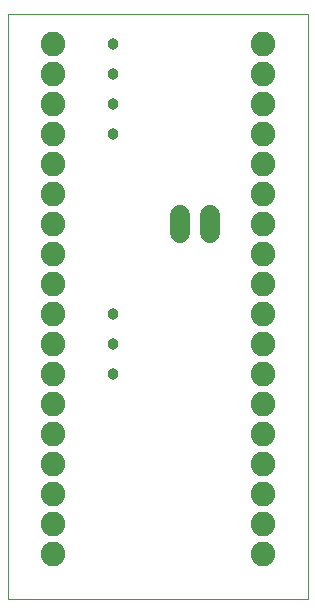
<source format=gbs>
G75*
%MOIN*%
%OFA0B0*%
%FSLAX25Y25*%
%IPPOS*%
%LPD*%
%AMOC8*
5,1,8,0,0,1.08239X$1,22.5*
%
%ADD10C,0.00000*%
%ADD11C,0.06800*%
%ADD12C,0.08200*%
%ADD13C,0.03800*%
D10*
X0001000Y0016000D02*
X0001000Y0211000D01*
X0101000Y0211000D01*
X0101000Y0016000D01*
X0001000Y0016000D01*
D11*
X0058500Y0138000D02*
X0058500Y0144000D01*
X0068500Y0144000D02*
X0068500Y0138000D01*
D12*
X0086000Y0141000D03*
X0086000Y0131000D03*
X0086000Y0121000D03*
X0086000Y0111000D03*
X0086000Y0101000D03*
X0086000Y0091000D03*
X0086000Y0081000D03*
X0086000Y0071000D03*
X0086000Y0061000D03*
X0086000Y0051000D03*
X0086000Y0041000D03*
X0086000Y0031000D03*
X0086000Y0151000D03*
X0086000Y0161000D03*
X0086000Y0171000D03*
X0086000Y0181000D03*
X0086000Y0191000D03*
X0086000Y0201000D03*
X0016000Y0201000D03*
X0016000Y0191000D03*
X0016000Y0181000D03*
X0016000Y0171000D03*
X0016000Y0161000D03*
X0016000Y0151000D03*
X0016000Y0141000D03*
X0016000Y0131000D03*
X0016000Y0121000D03*
X0016000Y0111000D03*
X0016000Y0101000D03*
X0016000Y0091000D03*
X0016000Y0081000D03*
X0016000Y0071000D03*
X0016000Y0061000D03*
X0016000Y0051000D03*
X0016000Y0041000D03*
X0016000Y0031000D03*
D13*
X0036000Y0091000D03*
X0036000Y0101000D03*
X0036000Y0111000D03*
X0036000Y0171000D03*
X0036000Y0181000D03*
X0036000Y0191000D03*
X0036000Y0201000D03*
M02*

</source>
